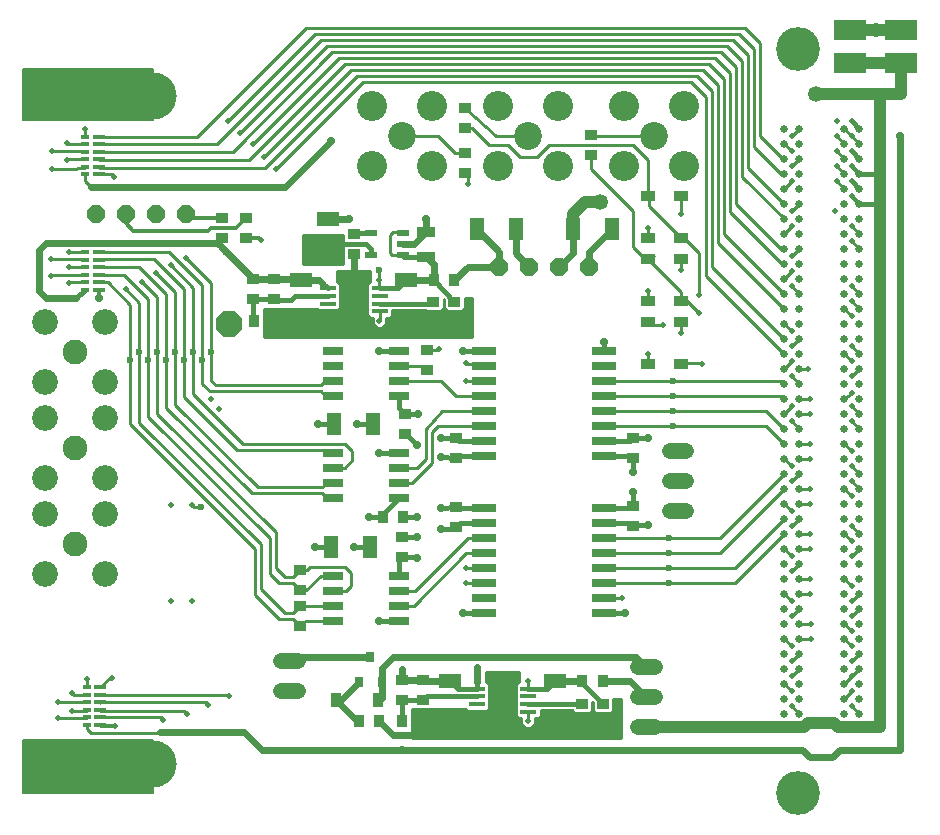
<source format=gtl>
G75*
%MOIN*%
%OFA0B0*%
%FSLAX24Y24*%
%IPPOS*%
%LPD*%
%AMOC8*
5,1,8,0,0,1.08239X$1,22.5*
%
%ADD10C,0.1460*%
%ADD11C,0.0250*%
%ADD12R,0.0700X0.0250*%
%ADD13R,0.0800X0.0250*%
%ADD14R,0.0600X0.0380*%
%ADD15R,0.0420X0.0350*%
%ADD16R,0.0740X0.0480*%
%ADD17R,0.0350X0.0420*%
%ADD18R,0.0300X0.0150*%
%ADD19R,0.0400X0.0150*%
%ADD20R,0.0480X0.0740*%
%ADD21OC8,0.0591*%
%ADD22R,0.0394X0.0217*%
%ADD23C,0.0825*%
%ADD24C,0.0855*%
%ADD25C,0.1575*%
%ADD26C,0.0050*%
%ADD27C,0.0540*%
%ADD28R,0.0360X0.0480*%
%ADD29R,0.0315X0.0354*%
%ADD30R,0.1100X0.0650*%
%ADD31OC8,0.0600*%
%ADD32R,0.0560X0.0170*%
%ADD33R,0.0620X0.0740*%
%ADD34C,0.0930*%
%ADD35C,0.1005*%
%ADD36R,0.0480X0.0360*%
%ADD37C,0.0236*%
%ADD38OC8,0.0850*%
%ADD39C,0.0100*%
%ADD40C,0.0200*%
%ADD41C,0.0160*%
%ADD42C,0.0285*%
%ADD43C,0.0120*%
%ADD44C,0.0472*%
%ADD45C,0.0400*%
%ADD46C,0.0240*%
%ADD47C,0.0531*%
D10*
X032180Y004680D03*
X032180Y029480D03*
D11*
X032230Y026830D03*
X032230Y026330D03*
X032230Y025830D03*
X032230Y025330D03*
X032230Y024830D03*
X032230Y024330D03*
X032230Y023830D03*
X032230Y023330D03*
X032230Y022830D03*
X032230Y022330D03*
X032230Y021830D03*
X032230Y021330D03*
X032230Y020830D03*
X032230Y020330D03*
X032230Y019830D03*
X032230Y019330D03*
X032230Y018830D03*
X032230Y018330D03*
X032230Y017830D03*
X032230Y017330D03*
X032230Y016830D03*
X032230Y016330D03*
X032230Y015830D03*
X032230Y015330D03*
X032230Y014830D03*
X032230Y014330D03*
X032230Y013830D03*
X032230Y013330D03*
X032230Y012830D03*
X032230Y012330D03*
X032230Y011830D03*
X032230Y011330D03*
X032230Y010830D03*
X032230Y010330D03*
X032230Y009830D03*
X032230Y009330D03*
X032230Y008830D03*
X032230Y008330D03*
X032230Y007830D03*
X032230Y007330D03*
X031730Y007330D03*
X031730Y007830D03*
X031730Y008330D03*
X031730Y008830D03*
X031730Y009330D03*
X031730Y009830D03*
X031730Y010330D03*
X031730Y010830D03*
X031730Y011330D03*
X031730Y011830D03*
X031730Y012330D03*
X031730Y012830D03*
X031730Y013330D03*
X031730Y013830D03*
X031730Y014330D03*
X031730Y014830D03*
X031730Y015330D03*
X031730Y015830D03*
X031730Y016330D03*
X031730Y016830D03*
X031730Y017330D03*
X031730Y017830D03*
X031730Y018330D03*
X031730Y018830D03*
X031730Y019330D03*
X031730Y019830D03*
X031730Y020330D03*
X031730Y020830D03*
X031730Y021330D03*
X031730Y021830D03*
X031730Y022330D03*
X031730Y022830D03*
X031730Y023330D03*
X031730Y023830D03*
X031730Y024330D03*
X031730Y024830D03*
X031730Y025330D03*
X031730Y025830D03*
X031730Y026330D03*
X031730Y026830D03*
X033730Y026830D03*
X033730Y026330D03*
X033730Y025830D03*
X033730Y025330D03*
X033730Y024830D03*
X033730Y024330D03*
X033730Y023830D03*
X033730Y023330D03*
X033730Y022830D03*
X033730Y022330D03*
X033730Y021830D03*
X033730Y021330D03*
X033730Y020830D03*
X033730Y020330D03*
X033730Y019830D03*
X033730Y019330D03*
X033730Y018830D03*
X033730Y018330D03*
X033730Y017830D03*
X033730Y017330D03*
X033730Y016830D03*
X033730Y016330D03*
X033730Y015830D03*
X033730Y015330D03*
X033730Y014830D03*
X033730Y014330D03*
X033730Y013830D03*
X033730Y013330D03*
X033730Y012830D03*
X033730Y012330D03*
X033730Y011830D03*
X033730Y011330D03*
X033730Y010830D03*
X033730Y010330D03*
X033730Y009830D03*
X033730Y009330D03*
X033730Y008830D03*
X033730Y008330D03*
X033730Y007830D03*
X033730Y007330D03*
X034230Y007330D03*
X034230Y007830D03*
X034230Y008330D03*
X034230Y008830D03*
X034230Y009330D03*
X034230Y009830D03*
X034230Y010330D03*
X034230Y010830D03*
X034230Y011330D03*
X034230Y011830D03*
X034230Y012330D03*
X034230Y012830D03*
X034230Y013330D03*
X034230Y013830D03*
X034230Y014330D03*
X034230Y014830D03*
X034230Y015330D03*
X034230Y015830D03*
X034230Y016330D03*
X034230Y016830D03*
X034230Y017330D03*
X034230Y017830D03*
X034230Y018330D03*
X034230Y018830D03*
X034230Y019330D03*
X034230Y019830D03*
X034230Y020330D03*
X034230Y020830D03*
X034230Y021330D03*
X034230Y021830D03*
X034230Y022330D03*
X034230Y022830D03*
X034230Y023330D03*
X034230Y023830D03*
X034230Y024330D03*
X034230Y024830D03*
X034230Y025330D03*
X034230Y025830D03*
X034230Y026330D03*
X034230Y026830D03*
D12*
X018890Y019430D03*
X018890Y018930D03*
X018890Y018430D03*
X018890Y017930D03*
X018890Y016030D03*
X018890Y015530D03*
X018890Y015030D03*
X018890Y014530D03*
X016680Y014530D03*
X016670Y015030D03*
X016670Y015530D03*
X016670Y016030D03*
X016680Y017930D03*
X016670Y018430D03*
X016670Y018930D03*
X016670Y019430D03*
X016670Y011930D03*
X016670Y011430D03*
X016670Y010930D03*
X016670Y010430D03*
X018890Y010430D03*
X018890Y010930D03*
X018890Y011430D03*
X018880Y011930D03*
D13*
X021730Y011680D03*
X021730Y012180D03*
X021730Y012680D03*
X021730Y013180D03*
X021730Y013680D03*
X021730Y014180D03*
X021730Y015930D03*
X021730Y016430D03*
X021730Y016930D03*
X021730Y017430D03*
X021730Y017930D03*
X021730Y018430D03*
X021730Y018930D03*
X021730Y019430D03*
X025730Y019430D03*
X025730Y018930D03*
X025730Y018430D03*
X025730Y017930D03*
X025730Y017430D03*
X025730Y016930D03*
X025730Y016430D03*
X025730Y015930D03*
X025730Y014180D03*
X025730Y013680D03*
X025730Y013180D03*
X025730Y012680D03*
X025730Y012180D03*
X025730Y011680D03*
X025730Y011180D03*
X025730Y010680D03*
X021730Y010680D03*
X021730Y011180D03*
D14*
X019780Y022570D03*
X019780Y023390D03*
D15*
X021080Y025340D03*
X021080Y026020D03*
X021080Y026840D03*
X021080Y027520D03*
X025280Y026620D03*
X025280Y025940D03*
X020730Y021070D03*
X020730Y020390D03*
X020030Y020390D03*
X020030Y021070D03*
X019830Y019470D03*
X019830Y018790D03*
X019080Y017320D03*
X019080Y016640D03*
X020780Y016520D03*
X020780Y015840D03*
X020780Y014220D03*
X020780Y013540D03*
X018980Y013220D03*
X018980Y012540D03*
X015580Y012120D03*
X015580Y011440D03*
X015580Y010920D03*
X015580Y010240D03*
X018980Y008470D03*
X018980Y007790D03*
X019680Y007790D03*
X019680Y008470D03*
X024980Y007670D03*
X025680Y007670D03*
X025680Y006990D03*
X024980Y006990D03*
X026680Y013590D03*
X026680Y014270D03*
X026680Y015840D03*
X026680Y016520D03*
X017380Y022640D03*
X017380Y023320D03*
X014730Y021820D03*
X014730Y021140D03*
X014030Y021140D03*
X014030Y021820D03*
X013780Y023190D03*
X013780Y023870D03*
X012980Y023870D03*
X012980Y023190D03*
D16*
X015630Y021780D03*
X016530Y022530D03*
X016530Y023830D03*
X019130Y021780D03*
X019130Y020480D03*
X015630Y020480D03*
X020580Y008430D03*
X020580Y007130D03*
X024080Y007130D03*
X024080Y008430D03*
D17*
X024990Y008430D03*
X025670Y008430D03*
X019670Y007080D03*
X018990Y007080D03*
X018220Y007080D03*
X017540Y007080D03*
X018340Y013880D03*
X019020Y013880D03*
X014720Y020430D03*
X014040Y020430D03*
X020040Y021780D03*
X020720Y021780D03*
D18*
X008430Y021705D03*
X008430Y021455D03*
X008430Y021955D03*
X008430Y022205D03*
X008430Y022455D03*
X008430Y022705D03*
X008430Y025305D03*
X008430Y025555D03*
X008430Y025805D03*
X008430Y026055D03*
X008430Y026305D03*
X008430Y026555D03*
X008480Y008205D03*
X008480Y007955D03*
X008480Y007705D03*
X008480Y007455D03*
X008480Y007205D03*
X008480Y006955D03*
D19*
X008930Y006955D03*
X008930Y007205D03*
X008930Y007455D03*
X008930Y007705D03*
X008930Y007955D03*
X008930Y008205D03*
X008880Y021455D03*
X008880Y021705D03*
X008880Y021955D03*
X008880Y022205D03*
X008880Y022455D03*
X008880Y022705D03*
X008880Y025305D03*
X008880Y025555D03*
X008880Y025805D03*
X008880Y026055D03*
X008880Y026305D03*
X008880Y026555D03*
D20*
X016730Y016980D03*
X018030Y016980D03*
X017930Y012880D03*
X016630Y012880D03*
X021480Y023480D03*
X022780Y023480D03*
X024680Y023480D03*
X025980Y023480D03*
D21*
X025230Y022230D03*
X024230Y022230D03*
X023230Y022230D03*
X022230Y022230D03*
D22*
X019011Y022606D03*
X019011Y022980D03*
X019011Y023354D03*
X017949Y023354D03*
X017949Y022606D03*
D23*
X008080Y019380D03*
X008080Y016180D03*
X008080Y012980D03*
D24*
X007080Y011980D03*
X009080Y011980D03*
X009080Y013980D03*
X009080Y015180D03*
X007080Y015180D03*
X007080Y013980D03*
X007080Y017180D03*
X007080Y018380D03*
X009080Y018380D03*
X009080Y017180D03*
X009080Y020380D03*
X007080Y020380D03*
D25*
X010684Y027928D03*
X010684Y005664D03*
D26*
X010684Y004680D02*
X006353Y004680D01*
X006353Y006452D01*
X010684Y006452D01*
X010684Y004680D01*
X006353Y004680D01*
X006353Y004729D02*
X010684Y004729D01*
X010684Y004777D02*
X006353Y004777D01*
X006353Y004826D02*
X010684Y004826D01*
X010684Y004874D02*
X006353Y004874D01*
X006353Y004923D02*
X010684Y004923D01*
X010684Y004971D02*
X006353Y004971D01*
X006353Y005020D02*
X010684Y005020D01*
X010684Y005068D02*
X006353Y005068D01*
X006353Y005117D02*
X010684Y005117D01*
X010684Y005165D02*
X006353Y005165D01*
X006353Y005214D02*
X010684Y005214D01*
X010684Y005262D02*
X006353Y005262D01*
X006353Y005311D02*
X010684Y005311D01*
X010684Y005359D02*
X006353Y005359D01*
X006353Y005408D02*
X010684Y005408D01*
X010684Y005456D02*
X006353Y005456D01*
X006353Y005505D02*
X010684Y005505D01*
X010684Y005553D02*
X006353Y005553D01*
X006353Y005602D02*
X010684Y005602D01*
X010684Y005650D02*
X006353Y005650D01*
X006353Y005699D02*
X010684Y005699D01*
X010684Y005747D02*
X006353Y005747D01*
X006353Y005796D02*
X010684Y005796D01*
X010684Y005844D02*
X006353Y005844D01*
X006353Y005893D02*
X010684Y005893D01*
X010684Y005941D02*
X006353Y005941D01*
X006353Y005990D02*
X010684Y005990D01*
X010684Y006038D02*
X006353Y006038D01*
X006353Y006087D02*
X010684Y006087D01*
X010684Y006135D02*
X006353Y006135D01*
X006353Y006184D02*
X010684Y006184D01*
X010684Y006232D02*
X006353Y006232D01*
X006353Y006281D02*
X010684Y006281D01*
X010684Y006329D02*
X006353Y006329D01*
X006353Y006378D02*
X010684Y006378D01*
X010684Y006426D02*
X006353Y006426D01*
X006353Y027121D02*
X006353Y028814D01*
X010684Y028814D01*
X010684Y027121D01*
X006353Y027121D01*
X006353Y027136D02*
X010684Y027136D01*
X010684Y027184D02*
X006353Y027184D01*
X006353Y027233D02*
X010684Y027233D01*
X010684Y027281D02*
X006353Y027281D01*
X006353Y027330D02*
X010684Y027330D01*
X010684Y027378D02*
X006353Y027378D01*
X006353Y027427D02*
X010684Y027427D01*
X010684Y027475D02*
X006353Y027475D01*
X006353Y027524D02*
X010684Y027524D01*
X010684Y027572D02*
X006353Y027572D01*
X006353Y027621D02*
X010684Y027621D01*
X010684Y027669D02*
X006353Y027669D01*
X006353Y027718D02*
X010684Y027718D01*
X010684Y027766D02*
X006353Y027766D01*
X006353Y027815D02*
X010684Y027815D01*
X010684Y027863D02*
X006353Y027863D01*
X006353Y027912D02*
X010684Y027912D01*
X010684Y027960D02*
X006353Y027960D01*
X006353Y028009D02*
X010684Y028009D01*
X010684Y028057D02*
X006353Y028057D01*
X006353Y028106D02*
X010684Y028106D01*
X010684Y028154D02*
X006353Y028154D01*
X006353Y028203D02*
X010684Y028203D01*
X010684Y028251D02*
X006353Y028251D01*
X006353Y028300D02*
X010684Y028300D01*
X010684Y028348D02*
X006353Y028348D01*
X006353Y028397D02*
X010684Y028397D01*
X010684Y028445D02*
X006353Y028445D01*
X006353Y028494D02*
X010684Y028494D01*
X010684Y028542D02*
X006353Y028542D01*
X006353Y028591D02*
X010684Y028591D01*
X010684Y028639D02*
X006353Y028639D01*
X006353Y028688D02*
X010684Y028688D01*
X010684Y028736D02*
X006353Y028736D01*
X006353Y028785D02*
X010684Y028785D01*
D27*
X027910Y016080D02*
X028450Y016080D01*
X028450Y015080D02*
X027910Y015080D01*
X027910Y014080D02*
X028450Y014080D01*
X027400Y008880D02*
X026860Y008880D01*
X026860Y007880D02*
X027400Y007880D01*
X027400Y006880D02*
X026860Y006880D01*
X015500Y008080D02*
X014960Y008080D01*
X014960Y009080D02*
X015500Y009080D01*
D28*
X016771Y007780D03*
X018189Y007780D03*
D29*
X018304Y008403D03*
X017556Y008403D03*
X017930Y009230D03*
D30*
X033930Y029030D03*
X033930Y030130D03*
X035630Y030130D03*
X035630Y029030D03*
D31*
X011780Y023980D03*
X010780Y023980D03*
X009780Y023980D03*
X008780Y023980D03*
D32*
X016520Y021510D03*
X016520Y021260D03*
X016520Y021000D03*
X016520Y020750D03*
X018240Y020750D03*
X018240Y021000D03*
X018240Y021260D03*
X018240Y021510D03*
X021470Y008160D03*
X021470Y007910D03*
X021470Y007650D03*
X021470Y007400D03*
X023190Y007400D03*
X023190Y007650D03*
X023190Y007910D03*
X023190Y008160D03*
D33*
X022330Y007780D03*
X017380Y021130D03*
D34*
X018980Y026580D03*
X023180Y026580D03*
X027380Y026580D03*
D35*
X028380Y027580D03*
X028380Y025580D03*
X026380Y025580D03*
X026380Y027580D03*
X024180Y027580D03*
X024180Y025580D03*
X022180Y025580D03*
X022180Y027580D03*
X019980Y027580D03*
X019980Y025580D03*
X017980Y025580D03*
X017980Y027580D03*
D36*
X027180Y024589D03*
X028280Y024589D03*
X028280Y023171D03*
X028280Y022489D03*
X027180Y022489D03*
X027180Y023171D03*
X027180Y021071D03*
X027180Y020389D03*
X028280Y020389D03*
X028280Y021071D03*
X028280Y018971D03*
X027180Y018971D03*
D37*
X028030Y018430D03*
X028030Y017930D03*
X028030Y017430D03*
X028030Y016930D03*
X027880Y013180D03*
X027880Y012680D03*
X027880Y012180D03*
X027880Y011680D03*
X018230Y022130D03*
X013130Y022730D03*
X012630Y019380D03*
X012330Y019130D03*
X012030Y019380D03*
X011730Y019130D03*
X011430Y019380D03*
X011130Y019130D03*
X010830Y019380D03*
X010530Y019130D03*
X010230Y019380D03*
X009930Y019130D03*
X012280Y014230D03*
D38*
X013230Y020330D03*
D39*
X012630Y019380D02*
X012630Y018580D01*
X012630Y018430D01*
X012780Y018280D01*
X016280Y018280D01*
X016430Y018430D01*
X016670Y018430D01*
X016280Y018080D02*
X016430Y017930D01*
X016680Y017930D01*
X016280Y018080D02*
X012580Y018080D01*
X012330Y018330D01*
X012330Y018480D01*
X012330Y019130D01*
X012330Y021605D01*
X011230Y022705D01*
X008880Y022705D01*
X008905Y022480D02*
X008880Y022455D01*
X008905Y022480D02*
X010730Y022480D01*
X011730Y021480D01*
X011730Y019130D01*
X011730Y017930D01*
X011730Y017880D01*
X013480Y016130D01*
X016580Y016130D01*
X016670Y016040D01*
X016670Y016030D01*
X017080Y016330D02*
X013680Y016330D01*
X012030Y017980D01*
X012030Y018130D01*
X012030Y019380D01*
X012030Y021530D01*
X011280Y022280D01*
X010780Y022030D02*
X011430Y021380D01*
X011430Y019380D01*
X011430Y017630D01*
X014180Y014880D01*
X016330Y014880D01*
X016480Y015030D01*
X016670Y015030D01*
X016330Y014680D02*
X013980Y014680D01*
X011130Y017530D01*
X011130Y017730D01*
X011130Y019130D01*
X011130Y021305D01*
X010230Y022205D01*
X008880Y022205D01*
X008880Y021955D02*
X009730Y021955D01*
X010530Y021155D01*
X010530Y019130D01*
X010530Y017230D01*
X014580Y013180D01*
X014580Y011980D01*
X014880Y011680D01*
X015340Y011680D01*
X015580Y011440D01*
X015790Y011440D01*
X016280Y011930D01*
X016670Y011930D01*
X016660Y011440D02*
X016670Y011430D01*
X017130Y011430D01*
X017280Y011580D01*
X017280Y012030D01*
X017080Y012230D01*
X015930Y012230D01*
X015820Y012120D01*
X015580Y012120D01*
X015340Y011880D01*
X015080Y011880D01*
X014780Y012180D01*
X014780Y013380D01*
X010830Y017330D01*
X010830Y019380D01*
X010830Y021230D01*
X010330Y021730D01*
X009780Y021480D02*
X010230Y021030D01*
X010230Y019380D01*
X010230Y017030D01*
X014280Y012980D01*
X014280Y011480D01*
X015080Y010680D01*
X015340Y010680D01*
X015580Y010920D01*
X015590Y010930D01*
X016670Y010930D01*
X016670Y010430D02*
X015770Y010430D01*
X015580Y010240D01*
X015340Y010480D01*
X014880Y010480D01*
X014080Y011280D01*
X014080Y012830D01*
X009930Y016980D01*
X009930Y019130D01*
X009930Y020880D01*
X009930Y020955D01*
X009180Y021705D01*
X008880Y021705D01*
X008430Y021705D02*
X007905Y021705D01*
X007880Y021680D01*
X007905Y022205D02*
X007880Y022230D01*
X007905Y022205D02*
X008430Y022205D01*
X008430Y021955D02*
X007305Y021955D01*
X007280Y021930D01*
X007280Y022480D02*
X008430Y022480D01*
X008430Y022455D01*
X008430Y022705D02*
X007905Y022705D01*
X007880Y022730D01*
X008630Y024880D02*
X008430Y025080D01*
X008430Y025305D01*
X008405Y025530D02*
X008430Y025555D01*
X008405Y025530D02*
X008180Y025530D01*
X008130Y025480D01*
X007330Y025480D01*
X007830Y025780D02*
X007855Y025805D01*
X008430Y025805D01*
X008430Y026055D02*
X008430Y026080D01*
X007330Y026080D01*
X007830Y026355D02*
X007880Y026305D01*
X008430Y026305D01*
X008430Y026555D02*
X008430Y026830D01*
X008880Y026555D02*
X012155Y026555D01*
X015780Y030180D01*
X030430Y030180D01*
X030930Y029680D01*
X030930Y026591D01*
X031691Y025830D01*
X031730Y025830D01*
X031980Y026080D02*
X031730Y026330D01*
X031980Y026580D02*
X032230Y026830D01*
X032230Y025830D02*
X031980Y025580D01*
X031730Y025330D02*
X031630Y025330D01*
X030730Y026230D01*
X030730Y029480D01*
X030230Y029980D01*
X016080Y029980D01*
X013180Y027080D01*
X013580Y026680D02*
X016480Y029580D01*
X029830Y029580D01*
X030330Y029080D01*
X030330Y025234D01*
X031734Y023830D01*
X031730Y023830D01*
X031980Y023580D02*
X031730Y023330D01*
X031730Y022830D02*
X031630Y022830D01*
X030130Y024330D01*
X030130Y028880D01*
X029630Y029380D01*
X016660Y029380D01*
X013335Y026055D01*
X008880Y026055D01*
X008880Y025805D02*
X008880Y025780D01*
X013880Y025780D01*
X017080Y028980D01*
X029230Y028980D01*
X029730Y028480D01*
X029730Y023330D01*
X031730Y021330D01*
X031980Y021580D02*
X032230Y021330D01*
X031730Y020830D02*
X029530Y023030D01*
X029530Y028280D01*
X029030Y028780D01*
X017280Y028780D01*
X014380Y025880D01*
X014430Y025530D02*
X017480Y028580D01*
X028830Y028580D01*
X029330Y028080D01*
X029330Y022230D01*
X031730Y019830D01*
X031980Y020080D02*
X031730Y020330D01*
X032230Y019830D02*
X031980Y019580D01*
X031730Y019330D02*
X029130Y021930D01*
X029130Y027880D01*
X028630Y028380D01*
X017680Y028380D01*
X014780Y025480D01*
X014430Y025530D02*
X008880Y025530D01*
X008880Y025555D01*
X008880Y025305D02*
X009305Y025305D01*
X009380Y025230D01*
X008880Y026305D02*
X012805Y026305D01*
X016280Y029780D01*
X030030Y029780D01*
X030530Y029280D01*
X030530Y025511D01*
X031711Y024330D01*
X031730Y024330D01*
X031980Y024080D02*
X032230Y024330D01*
X031730Y024830D02*
X031980Y025080D01*
X033480Y025080D02*
X033730Y024830D01*
X033730Y025330D02*
X033480Y025580D01*
X033730Y025830D02*
X033480Y026080D01*
X033730Y026330D02*
X033480Y026580D01*
X033730Y026830D02*
X033980Y026580D01*
X034230Y026330D01*
X033980Y023580D02*
X034230Y023330D01*
X033980Y023080D02*
X034230Y022830D01*
X033980Y021580D02*
X034230Y021330D01*
X033980Y021080D02*
X034230Y020830D01*
X033980Y020580D02*
X033730Y020830D01*
X033980Y019580D02*
X034230Y019330D01*
X033980Y019080D02*
X033730Y019330D01*
X034230Y018830D02*
X033980Y018580D01*
X033980Y018030D02*
X033730Y017830D01*
X033980Y017580D02*
X034230Y017330D01*
X033980Y017080D02*
X034230Y016830D01*
X033730Y016330D02*
X033980Y016080D01*
X033980Y015580D02*
X034230Y015330D01*
X033980Y015080D02*
X034230Y014830D01*
X033980Y014580D02*
X033730Y014830D01*
X032580Y014830D02*
X032230Y014830D01*
X031980Y015080D02*
X032230Y015330D01*
X031980Y015580D02*
X031730Y015830D01*
X031730Y015330D02*
X029580Y013180D01*
X027880Y013180D01*
X025730Y013180D01*
X025730Y012680D02*
X027880Y012680D01*
X029380Y012680D01*
X029580Y012680D01*
X031730Y014830D01*
X031730Y014330D02*
X031980Y014080D01*
X032230Y013830D02*
X031980Y013580D01*
X031730Y013330D02*
X030080Y011680D01*
X027880Y011680D01*
X025730Y011680D01*
X025730Y012180D02*
X027880Y012180D01*
X030080Y012180D01*
X031730Y013830D01*
X032230Y013330D02*
X032580Y013330D01*
X032580Y012830D02*
X032230Y012830D01*
X031980Y012580D02*
X031730Y012830D01*
X032230Y012330D02*
X031980Y012080D01*
X032230Y011830D02*
X032580Y011830D01*
X032580Y011330D02*
X032230Y011330D01*
X031980Y011080D02*
X031730Y011330D01*
X032230Y010830D02*
X031980Y010580D01*
X032230Y010330D02*
X032630Y010330D01*
X032630Y009830D02*
X032230Y009830D01*
X031980Y009580D02*
X031730Y009830D01*
X032230Y009330D02*
X031980Y009080D01*
X032230Y008830D02*
X031980Y008580D01*
X031730Y008330D02*
X031980Y008080D01*
X031980Y007580D02*
X032230Y007330D01*
X033730Y007830D02*
X033980Y008080D01*
X033730Y008330D02*
X033980Y008580D01*
X034230Y008830D01*
X033980Y009080D02*
X034230Y009330D01*
X033980Y009580D02*
X033730Y009830D01*
X033980Y010080D02*
X033730Y010330D01*
X033980Y010580D02*
X034230Y010830D01*
X033980Y011080D02*
X034230Y011330D01*
X033980Y011580D02*
X033730Y011830D01*
X033980Y012580D02*
X034230Y012830D01*
X033980Y013080D02*
X033730Y013330D01*
X033980Y013580D02*
X034230Y013330D01*
X032580Y014330D02*
X032230Y014330D01*
X032230Y015830D02*
X032580Y015830D01*
X032580Y016330D02*
X032230Y016330D01*
X032230Y016830D02*
X031980Y017080D01*
X031730Y016830D02*
X031130Y017430D01*
X028030Y017430D01*
X025730Y017430D01*
X025730Y017930D02*
X028030Y017930D01*
X031630Y017930D01*
X031730Y017830D01*
X031980Y017580D02*
X031730Y017330D01*
X032230Y017330D02*
X032580Y017330D01*
X032580Y017830D02*
X032230Y017830D01*
X032230Y018330D02*
X031980Y018580D01*
X031730Y018330D02*
X031630Y018430D01*
X028030Y018430D01*
X025730Y018430D01*
X027180Y018971D02*
X027180Y019330D01*
X027280Y020280D02*
X027211Y020349D01*
X027180Y020389D01*
X027280Y020280D02*
X027680Y020280D01*
X028280Y020280D02*
X028280Y020030D01*
X028280Y020280D02*
X028349Y020349D01*
X028280Y020389D01*
X028880Y020680D02*
X028489Y021071D01*
X028280Y021071D01*
X028349Y021111D01*
X028311Y021080D02*
X028280Y021071D01*
X028280Y021380D01*
X027211Y022449D01*
X027180Y022489D01*
X027071Y022489D01*
X026680Y022880D01*
X026680Y024080D01*
X025280Y025480D01*
X025280Y025940D01*
X025320Y026580D02*
X025280Y026620D01*
X025320Y026580D02*
X027380Y026580D01*
X026680Y026280D02*
X027180Y025780D01*
X027180Y024589D01*
X027211Y024549D01*
X027211Y024241D01*
X028280Y023171D01*
X028389Y023171D01*
X028880Y022680D01*
X028880Y021280D01*
X028280Y021249D02*
X028280Y021071D01*
X028280Y022130D02*
X028280Y022380D01*
X028349Y022449D01*
X028280Y022489D01*
X027380Y022580D02*
X027311Y022580D01*
X027180Y022489D01*
X027180Y023171D02*
X027180Y023530D01*
X028280Y023980D02*
X028280Y024589D01*
X029930Y024058D02*
X029930Y028680D01*
X029430Y029180D01*
X016880Y029180D01*
X014030Y026330D01*
X015680Y023280D02*
X017030Y023280D01*
X017030Y022330D01*
X015680Y022330D01*
X015680Y023280D01*
X015680Y023198D02*
X017030Y023198D01*
X017030Y023100D02*
X015680Y023100D01*
X015680Y023001D02*
X017030Y023001D01*
X017030Y022903D02*
X015680Y022903D01*
X015680Y022804D02*
X017030Y022804D01*
X017030Y022706D02*
X015680Y022706D01*
X015680Y022607D02*
X017030Y022607D01*
X017030Y022509D02*
X015680Y022509D01*
X015680Y022410D02*
X017030Y022410D01*
X016830Y022080D02*
X017930Y022080D01*
X017930Y021725D01*
X017906Y021725D01*
X017830Y021649D01*
X017830Y020611D01*
X017906Y020535D01*
X018010Y020535D01*
X018000Y020525D01*
X018000Y020335D01*
X018135Y020200D01*
X018325Y020200D01*
X018460Y020335D01*
X018460Y020525D01*
X018450Y020535D01*
X018574Y020535D01*
X018650Y020611D01*
X018650Y020790D01*
X019741Y020790D01*
X019766Y020765D01*
X020294Y020765D01*
X020370Y020841D01*
X020370Y021139D01*
X020390Y021119D01*
X020390Y020841D01*
X020466Y020765D01*
X020994Y020765D01*
X021070Y020841D01*
X021070Y021180D01*
X021330Y021180D01*
X021330Y019880D01*
X014380Y019880D01*
X014380Y020830D01*
X016141Y020830D01*
X016186Y020785D01*
X016854Y020785D01*
X016930Y020861D01*
X016930Y021649D01*
X016854Y021725D01*
X016830Y021725D01*
X016830Y022080D01*
X016830Y022016D02*
X017930Y022016D01*
X017930Y021918D02*
X016830Y021918D01*
X016830Y021819D02*
X017930Y021819D01*
X017902Y021721D02*
X016858Y021721D01*
X016930Y021622D02*
X017830Y021622D01*
X017830Y021524D02*
X016930Y021524D01*
X016930Y021425D02*
X017830Y021425D01*
X017830Y021327D02*
X016930Y021327D01*
X016930Y021228D02*
X017830Y021228D01*
X017830Y021130D02*
X016930Y021130D01*
X016930Y021031D02*
X017830Y021031D01*
X017830Y020933D02*
X016930Y020933D01*
X016903Y020834D02*
X017830Y020834D01*
X017830Y020736D02*
X014380Y020736D01*
X014380Y020637D02*
X017830Y020637D01*
X017903Y020539D02*
X014380Y020539D01*
X014380Y020440D02*
X018000Y020440D01*
X018000Y020342D02*
X014380Y020342D01*
X014380Y020243D02*
X018092Y020243D01*
X018230Y020430D02*
X018240Y020440D01*
X018240Y020750D01*
X018460Y020440D02*
X021330Y020440D01*
X021330Y020342D02*
X018460Y020342D01*
X018368Y020243D02*
X021330Y020243D01*
X021330Y020145D02*
X014380Y020145D01*
X014380Y020046D02*
X021330Y020046D01*
X021330Y019948D02*
X014380Y019948D01*
X012630Y019380D02*
X012630Y021680D01*
X011780Y022530D01*
X012900Y022950D02*
X013170Y022680D01*
X013130Y022730D01*
X018230Y022130D02*
X018230Y021780D01*
X018230Y021520D01*
X018240Y021510D01*
X018650Y020736D02*
X021330Y020736D01*
X021330Y020834D02*
X021063Y020834D01*
X021070Y020933D02*
X021330Y020933D01*
X021330Y021031D02*
X021070Y021031D01*
X021070Y021130D02*
X021330Y021130D01*
X021330Y020637D02*
X018650Y020637D01*
X018577Y020539D02*
X021330Y020539D01*
X020397Y020834D02*
X020363Y020834D01*
X020370Y020933D02*
X020390Y020933D01*
X020390Y021031D02*
X020370Y021031D01*
X020370Y021130D02*
X020379Y021130D01*
X020230Y019480D02*
X020220Y019470D01*
X019830Y019470D01*
X019690Y018930D02*
X018890Y018930D01*
X018890Y018430D02*
X020280Y018430D01*
X020780Y017930D01*
X021730Y017930D01*
X021730Y017430D02*
X020330Y017430D01*
X019780Y016830D01*
X019780Y015813D01*
X019497Y015530D01*
X018890Y015530D01*
X018890Y015030D02*
X019330Y015030D01*
X019980Y015680D01*
X019980Y016730D01*
X020180Y016930D01*
X021730Y016930D01*
X021730Y018430D02*
X021130Y018430D01*
X021180Y018980D02*
X021130Y019030D01*
X021180Y018980D02*
X021680Y018980D01*
X021730Y018930D01*
X019830Y018790D02*
X019690Y018930D01*
X017080Y016330D02*
X017330Y016080D01*
X017330Y015780D01*
X017080Y015530D01*
X016670Y015530D01*
X016330Y014680D02*
X016480Y014530D01*
X016680Y014530D01*
X018890Y011430D02*
X019430Y011430D01*
X021180Y013180D01*
X021730Y013180D01*
X021730Y012680D02*
X021130Y012680D01*
X019380Y010930D01*
X018890Y010930D01*
X021130Y011680D02*
X021730Y011680D01*
X021730Y012180D02*
X021130Y012180D01*
X021780Y008730D02*
X022880Y008730D01*
X022880Y008375D01*
X022856Y008375D01*
X022780Y008299D01*
X022780Y007261D01*
X022856Y007185D01*
X022960Y007185D01*
X022950Y007175D01*
X022950Y006985D01*
X023085Y006850D01*
X023275Y006850D01*
X023410Y006985D01*
X023410Y007175D01*
X023400Y007185D01*
X023524Y007185D01*
X023600Y007261D01*
X023600Y007440D01*
X024641Y007440D01*
X024716Y007365D01*
X025244Y007365D01*
X025320Y007441D01*
X025320Y007733D01*
X025340Y007713D01*
X025340Y007441D01*
X025416Y007365D01*
X025944Y007365D01*
X026020Y007441D01*
X026020Y007830D01*
X026280Y007830D01*
X026280Y006530D01*
X019330Y006530D01*
X019330Y007480D01*
X021091Y007480D01*
X021136Y007435D01*
X021804Y007435D01*
X021880Y007511D01*
X021880Y008299D01*
X021804Y008375D01*
X021780Y008375D01*
X021780Y008730D01*
X021780Y008719D02*
X022880Y008719D01*
X022880Y008620D02*
X021780Y008620D01*
X021780Y008522D02*
X022880Y008522D01*
X022880Y008423D02*
X021780Y008423D01*
X021854Y008325D02*
X022806Y008325D01*
X022780Y008226D02*
X021880Y008226D01*
X021880Y008128D02*
X022780Y008128D01*
X022780Y008029D02*
X021880Y008029D01*
X021880Y007931D02*
X022780Y007931D01*
X022780Y007832D02*
X021880Y007832D01*
X021880Y007734D02*
X022780Y007734D01*
X022780Y007635D02*
X021880Y007635D01*
X021880Y007537D02*
X022780Y007537D01*
X022780Y007438D02*
X021807Y007438D01*
X021133Y007438D02*
X019330Y007438D01*
X019330Y007340D02*
X022780Y007340D01*
X022800Y007241D02*
X019330Y007241D01*
X019330Y007143D02*
X022950Y007143D01*
X022950Y007044D02*
X019330Y007044D01*
X019330Y006946D02*
X022989Y006946D01*
X023180Y007080D02*
X023190Y007090D01*
X023190Y007400D01*
X023410Y007143D02*
X026280Y007143D01*
X026280Y007241D02*
X023580Y007241D01*
X023600Y007340D02*
X026280Y007340D01*
X026280Y007438D02*
X026017Y007438D01*
X026020Y007537D02*
X026280Y007537D01*
X026280Y007635D02*
X026020Y007635D01*
X026020Y007734D02*
X026280Y007734D01*
X026280Y007044D02*
X023410Y007044D01*
X023371Y006946D02*
X026280Y006946D01*
X026280Y006847D02*
X019330Y006847D01*
X019330Y006749D02*
X026280Y006749D01*
X026280Y006650D02*
X019330Y006650D01*
X019330Y006552D02*
X026280Y006552D01*
X025343Y007438D02*
X025317Y007438D01*
X025320Y007537D02*
X025340Y007537D01*
X025340Y007635D02*
X025320Y007635D01*
X024643Y007438D02*
X023600Y007438D01*
X023190Y008160D02*
X023180Y008170D01*
X023180Y008430D01*
X025730Y011180D02*
X026330Y011180D01*
X031730Y016330D02*
X031130Y016930D01*
X028030Y016930D01*
X025730Y016930D01*
X028280Y018971D02*
X028319Y019011D01*
X028949Y019011D01*
X028980Y018980D01*
X027180Y021071D02*
X027180Y021430D01*
X029930Y024058D02*
X031658Y022330D01*
X031730Y022330D01*
X031980Y022080D02*
X031730Y021830D01*
X031980Y022580D02*
X032230Y022830D01*
X031980Y019080D02*
X031730Y018830D01*
X032230Y018830D02*
X032530Y018830D01*
X026680Y026280D02*
X023880Y026280D01*
X023480Y025880D01*
X022930Y025880D01*
X022530Y026280D01*
X021880Y026280D01*
X021320Y026840D01*
X021080Y026840D01*
X021080Y027520D02*
X022120Y026580D01*
X023180Y026580D01*
X021140Y025280D02*
X021080Y025340D01*
X021140Y025280D02*
X021180Y025180D01*
X021180Y024980D01*
X021080Y026020D02*
X020740Y026020D01*
X020180Y026580D01*
X018980Y026580D01*
X018986Y023380D02*
X018680Y023380D01*
X018580Y023280D01*
X018580Y022680D01*
X018654Y022606D01*
X019011Y022606D01*
X019011Y023354D02*
X018986Y023380D01*
X012280Y014230D02*
X012030Y014230D01*
X011980Y014280D01*
X015470Y010920D02*
X015580Y010920D01*
X015580Y010240D02*
X015470Y010240D01*
X013205Y007955D02*
X013230Y007930D01*
X013205Y007955D02*
X008930Y007955D01*
X008955Y007730D02*
X008930Y007705D01*
X012455Y007705D01*
X012530Y007630D01*
X011830Y007330D02*
X011730Y007430D01*
X008955Y007430D01*
X008930Y007455D01*
X008930Y007680D02*
X008930Y007705D01*
X008480Y007705D02*
X007555Y007705D01*
X007530Y007730D01*
X007980Y008030D02*
X008055Y007955D01*
X008480Y007955D01*
X008480Y008205D02*
X008480Y008480D01*
X008930Y008205D02*
X009255Y008530D01*
X009330Y008530D01*
X008480Y007455D02*
X008455Y007430D01*
X007980Y007430D01*
X007530Y007180D02*
X008455Y007180D01*
X008480Y007205D01*
X008480Y006955D02*
X008480Y006830D01*
X008630Y006680D01*
X010880Y006680D01*
X010930Y006730D01*
X011030Y007130D02*
X010955Y007205D01*
X008930Y007205D01*
X033980Y007580D02*
X034230Y007330D01*
D40*
X033980Y007580D03*
X033980Y008080D03*
X033980Y008580D03*
X033980Y009080D03*
X033980Y009580D03*
X033980Y010080D03*
X033980Y010580D03*
X033980Y011080D03*
X033980Y011580D03*
X033980Y012580D03*
X033980Y013080D03*
X033980Y013580D03*
X033980Y014580D03*
X033980Y015080D03*
X033980Y015580D03*
X033980Y016080D03*
X033980Y017080D03*
X033980Y017580D03*
X033980Y018030D03*
X033980Y018580D03*
X033980Y019080D03*
X033980Y019580D03*
X033980Y020580D03*
X033980Y021080D03*
X033980Y021580D03*
X033980Y023080D03*
X033980Y023580D03*
X033430Y024080D03*
X033980Y024580D03*
X033980Y025080D03*
X033480Y025080D03*
X033480Y025580D03*
X033480Y026080D03*
X033980Y026080D03*
X033980Y025580D03*
X033980Y026580D03*
X033980Y027080D03*
X033480Y027080D03*
X033480Y026580D03*
X031980Y026580D03*
X031980Y026080D03*
X031980Y025580D03*
X031980Y025080D03*
X031980Y024080D03*
X031980Y023580D03*
X031980Y022580D03*
X031980Y022080D03*
X031980Y021580D03*
X031980Y020080D03*
X031980Y019580D03*
X031980Y019080D03*
X031980Y018580D03*
X032530Y018830D03*
X032580Y017830D03*
X032580Y017330D03*
X031980Y017080D03*
X031980Y017580D03*
X032580Y016330D03*
X032580Y015830D03*
X031980Y015580D03*
X031980Y015080D03*
X032580Y014830D03*
X032580Y014330D03*
X031980Y014080D03*
X031980Y013580D03*
X032580Y013330D03*
X032580Y012830D03*
X031980Y012580D03*
X031980Y012080D03*
X032580Y011830D03*
X032580Y011330D03*
X031980Y011080D03*
X031980Y010580D03*
X032630Y010330D03*
X032630Y009830D03*
X031980Y009580D03*
X031980Y009080D03*
X031980Y008580D03*
X031980Y008080D03*
X031980Y007580D03*
X026130Y007280D03*
X026130Y006630D03*
X025330Y006630D03*
X024480Y006630D03*
X023580Y006630D03*
X023180Y007080D03*
X022730Y006630D03*
X021830Y006630D03*
X021080Y006630D03*
X020230Y006630D03*
X019480Y006630D03*
X018980Y008830D03*
X021480Y008880D03*
X021930Y008580D03*
X022780Y008580D03*
X023180Y008430D03*
X026330Y011180D03*
X021130Y011680D03*
X021130Y012180D03*
X021130Y018430D03*
X021130Y019030D03*
X021180Y019980D03*
X021180Y020630D03*
X020380Y019980D03*
X020230Y019480D03*
X019530Y019980D03*
X018630Y019980D03*
X018230Y020430D03*
X017780Y019980D03*
X016880Y019980D03*
X016130Y019980D03*
X015280Y019980D03*
X014530Y019980D03*
X012630Y017830D03*
X012880Y017480D03*
X011980Y014280D03*
X011280Y014280D03*
X011280Y011080D03*
X011980Y011080D03*
X009330Y008530D03*
X008480Y008480D03*
X007980Y008030D03*
X007530Y007730D03*
X007980Y007430D03*
X007530Y007180D03*
X009430Y006930D03*
X011030Y007130D03*
X011830Y007330D03*
X012530Y007630D03*
X013230Y007930D03*
X027180Y019330D03*
X027680Y020280D03*
X028280Y020030D03*
X028880Y020680D03*
X028880Y021280D03*
X028280Y022130D03*
X027180Y021430D03*
X027180Y023530D03*
X028280Y023980D03*
X028980Y018980D03*
X021180Y024980D03*
X018230Y021780D03*
X017830Y021930D03*
X016980Y021930D03*
X014280Y023130D03*
X014780Y025480D03*
X014380Y025880D03*
X014030Y026330D03*
X013580Y026680D03*
X013180Y027080D03*
X009380Y025230D03*
X007830Y025780D03*
X007330Y026080D03*
X007830Y026355D03*
X008430Y026830D03*
X007330Y025480D03*
X007880Y022730D03*
X007880Y022230D03*
X007880Y021680D03*
X007280Y021930D03*
X007280Y022480D03*
X009780Y021480D03*
X010330Y021730D03*
X010780Y022030D03*
X011280Y022280D03*
X011780Y022530D03*
D41*
X014030Y021140D02*
X014030Y020440D01*
X014040Y020430D01*
X014030Y021140D02*
X014730Y021140D01*
X014740Y021130D01*
X015280Y021130D01*
X015410Y021260D01*
X016520Y021260D01*
X016520Y021510D02*
X016500Y021510D01*
X016330Y021680D01*
X016530Y022530D02*
X016480Y022580D01*
X016580Y022980D02*
X017780Y022980D01*
X017949Y022811D01*
X017949Y022606D01*
X017380Y023320D02*
X017423Y023363D01*
X017940Y023363D01*
X017949Y023354D01*
X019011Y022606D02*
X019047Y022570D01*
X019780Y022570D01*
X020040Y021780D02*
X020730Y021070D01*
X020030Y021070D02*
X020030Y021000D01*
X018240Y021000D01*
X018240Y021510D02*
X018860Y021510D01*
X019130Y021780D01*
X018890Y019430D02*
X018230Y019430D01*
X018890Y017930D02*
X018890Y017510D01*
X019080Y017320D01*
X019520Y017320D01*
X019530Y017330D01*
X019120Y016640D02*
X019480Y016280D01*
X019120Y016640D02*
X019080Y016640D01*
X018890Y016030D02*
X018230Y016030D01*
X018030Y016980D02*
X017480Y016980D01*
X016730Y016980D02*
X016180Y016980D01*
X018890Y014530D02*
X018340Y013980D01*
X018340Y013880D01*
X017880Y013880D01*
X017980Y012930D02*
X017930Y012880D01*
X017380Y012880D01*
X016630Y012880D02*
X016080Y012880D01*
X018230Y010430D02*
X018890Y010430D01*
X018880Y011930D02*
X018880Y012440D01*
X018980Y012540D01*
X019470Y012540D01*
X019480Y012530D01*
X018980Y012540D02*
X018980Y012580D01*
X018980Y013220D02*
X019470Y013220D01*
X019480Y013230D01*
X019480Y013880D02*
X019020Y013880D01*
X020280Y014180D02*
X020780Y014220D01*
X020820Y014180D01*
X021730Y014180D01*
X021730Y013680D02*
X020920Y013680D01*
X020780Y013540D01*
X020720Y013480D01*
X020280Y013480D01*
X020280Y015880D02*
X020780Y015840D01*
X020870Y015930D01*
X021730Y015930D01*
X021730Y016430D02*
X020870Y016430D01*
X020780Y016520D01*
X020770Y016530D01*
X020280Y016530D01*
X020670Y015880D02*
X020780Y015840D01*
X021030Y019430D02*
X021730Y019430D01*
X025730Y019430D02*
X025730Y019730D01*
X025730Y016430D02*
X026590Y016430D01*
X026680Y016520D01*
X026690Y016530D01*
X027180Y016530D01*
X026590Y015930D02*
X026680Y015840D01*
X026680Y015380D01*
X026590Y015930D02*
X025730Y015930D01*
X026680Y014730D02*
X026680Y014270D01*
X026540Y014180D01*
X025730Y014180D01*
X025730Y013680D02*
X026640Y013680D01*
X026680Y013590D01*
X026690Y013630D01*
X027180Y013630D01*
X026430Y010680D02*
X025730Y010680D01*
X024990Y008430D02*
X024990Y008360D01*
X025680Y007670D01*
X024980Y007670D02*
X024960Y007650D01*
X023190Y007650D01*
X023190Y008160D02*
X023810Y008160D01*
X024080Y008430D01*
X021480Y008380D02*
X021480Y008170D01*
X021470Y008160D01*
X020850Y008160D01*
X020580Y008430D01*
X019800Y007910D02*
X019680Y007790D01*
X018980Y007790D01*
X018980Y007090D01*
X018990Y007080D01*
X019800Y007910D02*
X021470Y007910D01*
X021730Y010680D02*
X021030Y010680D01*
X008430Y021455D02*
X008405Y021455D01*
X008130Y021180D01*
X033980Y025080D02*
X034230Y024830D01*
X034230Y025330D02*
X034880Y025330D01*
X034893Y025328D01*
X034905Y025323D01*
X034915Y025315D01*
X034923Y025305D01*
X034928Y025293D01*
X034930Y025280D01*
X034230Y025830D02*
X033980Y026080D01*
X034230Y026830D02*
X033980Y027080D01*
X034230Y024330D02*
X034830Y024330D01*
D42*
X035580Y026580D03*
X025730Y019730D03*
X027180Y016530D03*
X026680Y015380D03*
X026680Y014730D03*
X027180Y013630D03*
X026430Y010680D03*
X022330Y008030D03*
X022330Y007530D03*
X021030Y010680D03*
X019480Y012530D03*
X019480Y013230D03*
X019480Y013880D03*
X020280Y014180D03*
X020280Y013480D03*
X020280Y015880D03*
X020280Y016530D03*
X019480Y016280D03*
X019530Y017330D03*
X018230Y016030D03*
X017480Y016980D03*
X016180Y016980D03*
X018230Y019430D03*
X017380Y020880D03*
X017380Y021380D03*
X015830Y022430D03*
X015830Y022780D03*
X015830Y023130D03*
X017230Y023830D03*
X019780Y023830D03*
X016630Y026430D03*
X021030Y019430D03*
X017880Y013880D03*
X017380Y012880D03*
X016080Y012880D03*
X018230Y010430D03*
X018980Y006130D03*
X008880Y021180D03*
D43*
X008880Y021455D01*
X010030Y023430D02*
X009780Y023680D01*
X009780Y023980D01*
X010030Y023430D02*
X012530Y023430D01*
X012630Y023530D01*
X013440Y023530D01*
X013780Y023870D01*
X013780Y023190D02*
X014220Y023190D01*
X014280Y023130D01*
X012980Y023190D02*
X012950Y023160D01*
X012850Y023000D01*
X012980Y023870D02*
X011890Y023870D01*
X011780Y023980D01*
X009430Y006930D02*
X008955Y006930D01*
X008930Y006955D01*
X033980Y024580D02*
X034230Y024330D01*
X034230Y025330D02*
X033980Y025580D01*
D44*
X034780Y030130D03*
D45*
X035630Y030130D01*
X034780Y030130D02*
X033930Y030130D01*
X033930Y029030D02*
X035630Y029030D01*
X035630Y027980D01*
X034930Y027980D01*
X032780Y027980D01*
X034930Y027980D02*
X034930Y025280D01*
X034930Y024330D01*
X034930Y006880D01*
X033530Y006880D01*
X033380Y007030D01*
X032530Y007030D01*
X032380Y006880D01*
X027130Y006880D01*
X024680Y023480D02*
X024680Y023980D01*
X025080Y024380D01*
X025580Y024380D01*
D46*
X025980Y023480D02*
X025230Y022730D01*
X025230Y022230D01*
X024680Y022680D02*
X024230Y022230D01*
X024680Y022680D02*
X024680Y023480D01*
X023230Y022230D02*
X022780Y022680D01*
X022780Y023480D01*
X022230Y022730D02*
X022230Y022230D01*
X021170Y022230D01*
X020720Y021780D01*
X020040Y021780D02*
X020040Y022310D01*
X019780Y022570D01*
X019370Y022980D02*
X019011Y022980D01*
X019370Y022980D02*
X019780Y023390D01*
X019780Y023830D01*
X021480Y023480D02*
X022230Y022730D01*
X020040Y021780D02*
X019130Y021780D01*
X017380Y021930D02*
X017330Y021880D01*
X017380Y021930D02*
X017380Y022640D01*
X016580Y022980D02*
X016480Y022880D01*
X016480Y022580D01*
X016230Y021780D02*
X015630Y021780D01*
X015430Y021780D01*
X015390Y021820D01*
X014730Y021820D01*
X014030Y021820D01*
X012900Y022950D01*
X012850Y023000D01*
X012820Y023030D01*
X007130Y023030D01*
X006880Y022780D01*
X006880Y021430D01*
X007130Y021180D01*
X008130Y021180D01*
X008630Y024880D02*
X015080Y024880D01*
X016630Y026430D01*
X016530Y023830D02*
X017230Y023830D01*
X016230Y021780D02*
X016330Y021680D01*
X015380Y009230D02*
X015230Y009080D01*
X015380Y009230D02*
X017930Y009230D01*
X018304Y008854D02*
X018680Y009230D01*
X026780Y009230D01*
X027130Y008880D01*
X026580Y008430D02*
X027130Y007880D01*
X026580Y008430D02*
X025670Y008430D01*
X024990Y008430D02*
X024080Y008430D01*
X021480Y008380D02*
X021480Y008880D01*
X020580Y008430D02*
X019720Y008430D01*
X019680Y008470D01*
X018980Y008470D01*
X018980Y008830D01*
X018304Y008854D02*
X018304Y008403D01*
X018304Y007895D01*
X018189Y007780D01*
X018304Y007846D01*
X018220Y007080D02*
X018670Y006630D01*
X019480Y006630D01*
X018980Y006130D02*
X032330Y006130D01*
X032580Y005880D01*
X033330Y005880D01*
X033580Y006130D01*
X035580Y006130D01*
X035580Y026580D01*
X034930Y024330D02*
X034830Y024330D01*
X017556Y008403D02*
X016933Y007780D01*
X016771Y007780D01*
X017471Y007080D01*
X017540Y007080D01*
X018980Y006130D02*
X014330Y006130D01*
X013730Y006730D01*
X010930Y006730D01*
D47*
X025580Y024380D03*
X032780Y027980D03*
M02*

</source>
